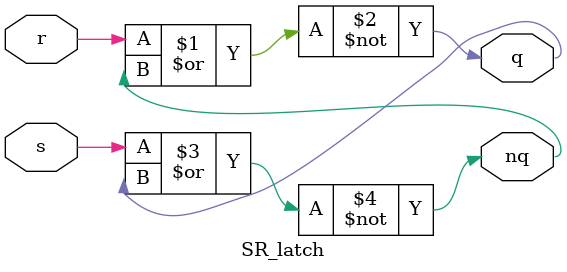
<source format=v>
module SR_latch(
	input wire r, input wire s,
	output wire q, output wire nq
);
	assign q = ~(r|nq);
	assign nq = ~(s|q);
endmodule

</source>
